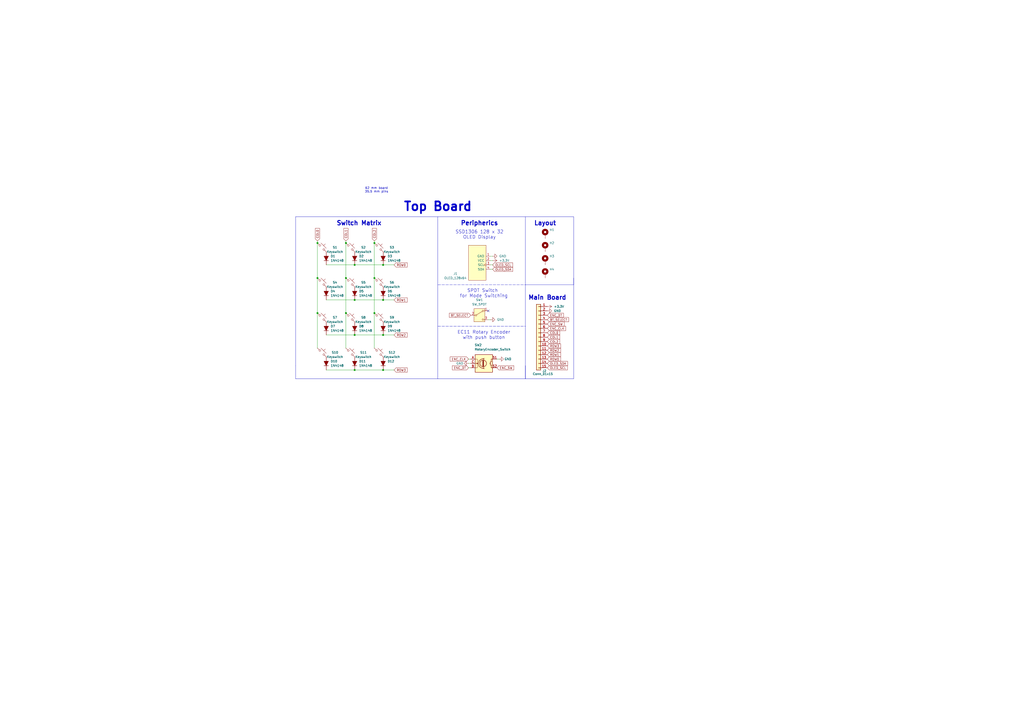
<source format=kicad_sch>
(kicad_sch (version 20231120) (generator "eeschema") (generator_version "8.0")
  (paper "A2")
  (lib_symbols
    (symbol "Connector_Generic:Conn_01x15" (pin_names (offset 1.016) hide)
      (property "Reference" "J" (at 0 20.32 0))
      (property "Value" "Conn_01x15" (at 0 -20.32 0))
      (symbol "Conn_01x15_1_1"
        (rectangle (start -1.27 -17.653) (end 0 -17.907) (stroke (width 0.1524)))
        (rectangle (start -1.27 -15.113) (end 0 -15.367) (stroke (width 0.1524)))
        (rectangle (start -1.27 -12.573) (end 0 -12.827) (stroke (width 0.1524)))
        (rectangle (start -1.27 -10.033) (end 0 -10.287) (stroke (width 0.1524)))
        (rectangle (start -1.27 -7.493) (end 0 -7.747) (stroke (width 0.1524)))
        (rectangle (start -1.27 -4.953) (end 0 -5.207) (stroke (width 0.1524)))
        (rectangle (start -1.27 -2.413) (end 0 -2.667) (stroke (width 0.1524)))
        (rectangle (start -1.27 0.127) (end 0 -0.127) (stroke (width 0.1524)))
        (rectangle (start -1.27 2.667) (end 0 2.413) (stroke (width 0.1524)))
        (rectangle (start -1.27 5.207) (end 0 4.953) (stroke (width 0.1524)))
        (rectangle (start -1.27 7.747) (end 0 7.493) (stroke (width 0.1524)))
        (rectangle (start -1.27 10.287) (end 0 10.033) (stroke (width 0.1524)))
        (rectangle (start -1.27 12.827) (end 0 12.573) (stroke (width 0.1524)))
        (rectangle (start -1.27 15.367) (end 0 15.113) (stroke (width 0.1524)))
        (rectangle (start -1.27 17.907) (end 0 17.653) (stroke (width 0.1524)))
        (rectangle (start -1.27 19.05) (end 1.27 -19.05) (stroke (width 0.254)) (fill (type background)))
        (pin passive line (at -5.08 17.78 0) (length 3.81) (name "Pin_1") (number "1"))
        (pin passive line (at -5.08 -5.08 0) (length 3.81) (name "Pin_10") (number "10"))
        (pin passive line (at -5.08 -7.62 0) (length 3.81) (name "Pin_11") (number "11"))
        (pin passive line (at -5.08 -10.16 0) (length 3.81) (name "Pin_12") (number "12"))
        (pin passive line (at -5.08 -12.7 0) (length 3.81) (name "Pin_13") (number "13"))
        (pin passive line (at -5.08 -15.24 0) (length 3.81) (name "Pin_14") (number "14"))
        (pin passive line (at -5.08 -17.78 0) (length 3.81) (name "Pin_15") (number "15"))
        (pin passive line (at -5.08 15.24 0) (length 3.81) (name "Pin_2") (number "2"))
        (pin passive line (at -5.08 12.7 0) (length 3.81) (name "Pin_3") (number "3"))
        (pin passive line (at -5.08 10.16 0) (length 3.81) (name "Pin_4") (number "4"))
        (pin passive line (at -5.08 7.62 0) (length 3.81) (name "Pin_5") (number "5"))
        (pin passive line (at -5.08 5.08 0) (length 3.81) (name "Pin_6") (number "6"))
        (pin passive line (at -5.08 2.54 0) (length 3.81) (name "Pin_7") (number "7"))
        (pin passive line (at -5.08 0 0) (length 3.81) (name "Pin_8") (number "8"))
        (pin passive line (at -5.08 -2.54 0) (length 3.81) (name "Pin_9") (number "9"))
      )
    )
    (symbol "Device:RotaryEncoder_Switch" (pin_names (offset 0.254) hide)
      (property "Reference" "SW" (at 0 6.604 0))
      (property "Value" "RotaryEncoder_Switch" (at 0 -6.604 0))
      (symbol "RotaryEncoder_Switch_0_1"
        (rectangle (start -5.08 5.08) (end 5.08 -5.08) (stroke (width 0.254)) (fill (type background)))
        (circle (center -3.81 0) (radius 0.254) (fill (type outline)))
        (circle (center -0.381 0) (radius 1.905) (stroke (width 0.254)))
        (arc (start -0.381 2.667) (mid -3.0988 -0.0635) (end -0.381 -2.794) (stroke (width 0.254)))
        (polyline (pts (xy -0.635 -1.778) (xy -0.635 1.778)) (stroke (width 0.254)))
        (polyline (pts (xy -0.381 -1.778) (xy -0.381 1.778)) (stroke (width 0.254)))
        (polyline (pts (xy -0.127 1.778) (xy -0.127 -1.778)) (stroke (width 0.254)))
        (polyline (pts (xy 3.81 0) (xy 3.429 0)) (stroke (width 0.254)))
        (polyline (pts (xy 3.81 1.016) (xy 3.81 -1.016)) (stroke (width 0.254)))
        (polyline (pts (xy -5.08 -2.54) (xy -3.81 -2.54) (xy -3.81 -2.032)))
        (polyline (pts (xy -5.08 2.54) (xy -3.81 2.54) (xy -3.81 2.032)))
        (polyline (pts (xy 0.254 -3.048) (xy -0.508 -2.794) (xy 0.127 -2.413)) (stroke (width 0.254)))
        (polyline (pts (xy 0.254 2.921) (xy -0.508 2.667) (xy 0.127 2.286)) (stroke (width 0.254)))
        (polyline (pts (xy 5.08 -2.54) (xy 4.318 -2.54) (xy 4.318 -1.016)) (stroke (width 0.254)))
        (polyline (pts (xy 5.08 2.54) (xy 4.318 2.54) (xy 4.318 1.016)) (stroke (width 0.254)))
        (polyline (pts (xy -5.08 0) (xy -3.81 0) (xy -3.81 -1.016) (xy -3.302 -2.032)))
        (polyline (pts (xy -4.318 0) (xy -3.81 0) (xy -3.81 1.016) (xy -3.302 2.032)))
        (circle (center 4.318 -1.016) (radius 0.127) (stroke (width 0.254)))
        (circle (center 4.318 1.016) (radius 0.127) (stroke (width 0.254)))
      )
      (symbol "RotaryEncoder_Switch_1_1"
        (pin passive line (at -7.62 2.54 0) (length 2.54) (name "A") (number "A"))
        (pin passive line (at -7.62 -2.54 0) (length 2.54) (name "B") (number "B"))
        (pin passive line (at -7.62 0 0) (length 2.54) (name "C") (number "C"))
        (pin passive line (at 7.62 2.54 180) (length 2.54) (name "S1") (number "S1"))
        (pin passive line (at 7.62 -2.54 180) (length 2.54) (name "S2") (number "S2"))
      )
    )
    (symbol "Mechanical:MountingHole_Pad" (pin_numbers hide) (pin_names (offset 1.016) hide) (exclude_from_sim yes) (in_bom no)
      (property "Reference" "H" (at 0 6.35 0))
      (property "Value" "MountingHole_Pad" (at 0 4.445 0))
      (symbol "MountingHole_Pad_0_1"
        (circle (center 0 1.27) (radius 1.27) (stroke (width 1.27)))
      )
      (symbol "MountingHole_Pad_1_1"
        (pin input line (at 0 -2.54 90) (length 2.54) (name "1") (number "1"))
      )
    )
    (symbol "PCM_Diode_AKL:1N4148" (pin_numbers hide) (pin_names (offset 1.016) hide)
      (property "Reference" "D" (at 0 5.08 0))
      (property "Value" "1N4148" (at 0 2.54 0))
      (symbol "1N4148_0_1"
        (polyline (pts (xy -1.27 0) (xy 1.27 0)))
        (polyline (pts (xy 1.27 1.27) (xy 1.27 -1.27)) (stroke (width 0.254)))
        (polyline (pts (xy -1.27 1.27) (xy -1.27 -1.27) (xy 1.27 0) (xy -1.27 1.27)) (stroke (width 0.254)) (fill (type outline)))
      )
      (symbol "1N4148_0_2"
        (polyline (pts (xy -2.54 -2.54) (xy 2.54 2.54)))
        (polyline (pts (xy 0 1.778) (xy 1.778 0)) (stroke (width 0.254)))
        (polyline (pts (xy -0.889 -0.889) (xy -1.778 0) (xy 0.889 0.889) (xy 0 -1.778) (xy -0.889 -0.889)) (stroke (width 0.254)) (fill (type outline)))
      )
      (symbol "1N4148_1_1"
        (pin passive line (at 3.81 0 180) (length 2.54) (name "K") (number "1"))
        (pin passive line (at -3.81 0 0) (length 2.54) (name "A") (number "2"))
      )
      (symbol "1N4148_1_2"
        (pin passive line (at 2.54 2.54 180) (length 0) (name "K") (number "1"))
        (pin passive line (at -2.54 -2.54 0) (length 0) (name "A") (number "2"))
      )
    )
    (symbol "ScottoKeebs:OLED_128x64" (pin_names (offset 1.016))
      (property "Reference" "J" (at 0 -11.43 0))
      (property "Value" "OLED_128x64" (at 0 -7.62 0))
      (symbol "OLED_128x64_0_1"
        (rectangle (start 10.16 -10.16) (end -10.16 0) (fill (type background)))
      )
      (symbol "OLED_128x64_1_1"
        (pin power_in line (at -3.81 2.54 270) (length 2.54) (name "GND") (number "1"))
        (pin power_in line (at -1.27 2.54 270) (length 2.54) (name "VCC") (number "2"))
        (pin input clock (at 1.27 2.54 270) (length 2.54) (name "SCL") (number "3"))
        (pin bidirectional line (at 3.81 2.54 270) (length 2.54) (name "SDA") (number "4"))
      )
    )
    (symbol "ScottoKeebs:Placeholder_Keyswitch" (pin_numbers hide) (pin_names (offset 1.016) hide)
      (property "Reference" "S" (at 3.048 1.016 0))
      (property "Value" "Keyswitch" (at 0 -3.81 0))
      (symbol "Placeholder_Keyswitch_0_1"
        (circle (center -1.1684 1.1684) (radius 0.508))
        (polyline (pts (xy -0.508 2.54) (xy 2.54 -0.508)))
        (polyline (pts (xy 1.016 1.016) (xy 2.032 2.032)))
        (polyline (pts (xy -2.54 2.54) (xy -1.524 1.524) (xy -1.524 1.524)))
        (polyline (pts (xy 1.524 -1.524) (xy 2.54 -2.54) (xy 2.54 -2.54) (xy 2.54 -2.54)))
        (circle (center 1.143 -1.1938) (radius 0.508))
        (pin passive line (at -2.54 2.54 0) (length 0) (name "1") (number "1"))
        (pin passive line (at 2.54 -2.54 180) (length 0) (name "2") (number "2"))
      )
    )
    (symbol "Switch:SW_SPDT" (pin_names (offset 0) hide)
      (property "Reference" "SW" (at 0 5.08 0))
      (property "Value" "SW_SPDT" (at 0 -5.08 0))
      (symbol "SW_SPDT_0_1"
        (circle (center -2.032 0) (radius 0.4572))
        (polyline (pts (xy -1.651 0.254) (xy 1.651 2.286)))
        (circle (center 2.032 -2.54) (radius 0.4572))
        (circle (center 2.032 2.54) (radius 0.4572))
      )
      (symbol "SW_SPDT_1_1"
        (rectangle (start -3.175 3.81) (end 3.175 -3.81) (fill (type background)))
        (pin passive line (at 5.08 2.54 180) (length 2.54) (name "A") (number "1"))
        (pin passive line (at -5.08 0 0) (length 2.54) (name "B") (number "2"))
        (pin passive line (at 5.08 -2.54 180) (length 2.54) (name "C") (number "3"))
      )
    )
    (symbol "power:+3.3V" (power) (pin_numbers hide) (pin_names (offset 0) hide)
      (property "Value" "+3.3V" (at 0 3.556 0))
      (symbol "+3.3V_0_1"
        (polyline (pts (xy -0.762 1.27) (xy 0 2.54)))
        (polyline (pts (xy 0 0) (xy 0 2.54)))
        (polyline (pts (xy 0 2.54) (xy 0.762 1.27)))
      )
      (symbol "+3.3V_1_1"
        (pin power_in line (at 0 0 90) (length 0) (name "~") (number "1"))
      )
    )
    (symbol "power:GND" (power) (pin_numbers hide) (pin_names (offset 0) hide)
      (property "Value" "GND" (at 0 -3.81 0))
      (symbol "GND_0_1"
        (polyline (pts (xy 0 0) (xy 0 -1.27) (xy 1.27 -1.27) (xy 0 -2.54) (xy -1.27 -1.27) (xy 0 -1.27)))
      )
      (symbol "GND_1_1"
        (pin power_in line (at 0 0 270) (length 0) (name "~") (number "1"))
      )
    )
  )
  (junction (at 217.17 140.97))
  (junction (at 222.25 153.67))
  (junction (at 200.66 161.29))
  (junction (at 205.74 194.31))
  (junction (at 200.66 181.61))
  (junction (at 205.74 214.63))
  (junction (at 205.74 153.67))
  (junction (at 217.17 161.29))
  (junction (at 222.25 214.63))
  (junction (at 205.74 173.99))
  (junction (at 200.66 140.97))
  (junction (at 184.15 161.29))
  (junction (at 184.15 181.61))
  (junction (at 222.25 194.31))
  (junction (at 217.17 181.61))
  (junction (at 222.25 173.99))
  (junction (at 184.15 140.97))
  (no_connect (at 283.21 180.34))
  (wire (pts (xy 189.23 214.63) (xy 205.74 214.63)))
  (wire (pts (xy 217.17 161.29) (xy 217.17 181.61)))
  (wire (pts (xy 285.75 153.67) (xy 284.48 153.67)))
  (wire (pts (xy 184.15 161.29) (xy 184.15 181.61)))
  (polyline (pts (xy 332.74 165.1) (xy 332.74 161.29)))
  (wire (pts (xy 285.75 156.21) (xy 284.48 156.21)))
  (wire (pts (xy 222.25 173.99) (xy 228.6 173.99)))
  (wire (pts (xy 200.66 140.97) (xy 200.66 161.29)))
  (wire (pts (xy 228.6 214.63) (xy 222.25 214.63)))
  (polyline (pts (xy 171.45 212.09) (xy 171.45 125.73)))
  (wire (pts (xy 205.74 194.31) (xy 222.25 194.31)))
  (polyline (pts (xy 171.45 212.09) (xy 171.45 219.71)))
  (polyline (pts (xy 332.74 125.73) (xy 332.74 165.1)))
  (wire (pts (xy 285.75 148.59) (xy 284.48 148.59)))
  (wire (pts (xy 222.25 194.31) (xy 228.6 194.31)))
  (wire (pts (xy 189.23 153.67) (xy 205.74 153.67)))
  (wire (pts (xy 184.15 140.97) (xy 184.15 161.29)))
  (wire (pts (xy 205.74 173.99) (xy 222.25 173.99)))
  (wire (pts (xy 271.78 208.28) (xy 273.05 208.28)))
  (polyline (pts (xy 254 189.23) (xy 304.8 189.23)) (stroke (width 0) (type dash)))
  (polyline (pts (xy 332.74 165.1) (xy 332.74 219.71)))
  (wire (pts (xy 284.48 185.42) (xy 283.21 185.42)))
  (wire (pts (xy 217.17 140.97) (xy 217.17 161.29)))
  (wire (pts (xy 271.78 213.36) (xy 273.05 213.36)))
  (wire (pts (xy 205.74 214.63) (xy 222.25 214.63)))
  (polyline (pts (xy 254 219.71) (xy 304.8 219.71)))
  (wire (pts (xy 189.23 173.99) (xy 205.74 173.99)))
  (polyline (pts (xy 171.45 219.71) (xy 254 219.71)))
  (wire (pts (xy 217.17 181.61) (xy 217.17 201.93)))
  (wire (pts (xy 200.66 139.7) (xy 200.66 140.97)))
  (wire (pts (xy 184.15 181.61) (xy 184.15 201.93)))
  (polyline (pts (xy 254 219.71) (xy 254 219.71)))
  (polyline (pts (xy 332.74 219.71) (xy 304.8 219.71)))
  (wire (pts (xy 289.56 208.28) (xy 288.29 208.28)))
  (wire (pts (xy 205.74 153.67) (xy 222.25 153.67)))
  (polyline (pts (xy 171.45 125.73) (xy 332.74 125.73)))
  (polyline (pts (xy 304.8 219.71) (xy 304.8 212.09)))
  (wire (pts (xy 228.6 153.67) (xy 222.25 153.67)))
  (wire (pts (xy 217.17 139.7) (xy 217.17 140.97)))
  (wire (pts (xy 200.66 161.29) (xy 200.66 181.61)))
  (wire (pts (xy 189.23 194.31) (xy 205.74 194.31)))
  (polyline (pts (xy 254 125.73) (xy 254 219.71)))
  (polyline (pts (xy 254 165.1) (xy 304.8 165.1)) (stroke (width 0) (type dash)))
  (wire (pts (xy 285.75 151.13) (xy 284.48 151.13)))
  (wire (pts (xy 271.78 210.82) (xy 273.05 210.82)))
  (wire (pts (xy 184.15 139.7) (xy 184.15 140.97)))
  (wire (pts (xy 200.66 181.61) (xy 200.66 201.93)))
  (polyline (pts (xy 304.8 125.73) (xy 304.8 219.71)))
  (polyline (pts (xy 304.8 165.1) (xy 332.74 165.1)))
  (text "Switch Matrix" (at 208.28 129.54 0) (effects (font (size 2.54 2.54) (thickness 0.508) (bold yes))))
  (text "Main Board" (at 317.5 172.72 0) (effects (font (size 2.54 2.54) (bold yes))))
  (text "Peripherics" (at 278.13 129.54 0) (effects (font (size 2.54 2.54) (thickness 0.508) (bold yes))))
  (text "62 mm board\n35.5 mm pins" (at 218.44 110.236 0) (effects (font (size 1.27 1.27))))
  (text "Layout" (at 316.23 129.54 0) (effects (font (size 2.54 2.54) (bold yes))))
  (text "SPDT Switch \nfor Mode Switching" (at 280.67 170.18 0) (effects (font (size 1.905 1.905))))
  (text "EC11 Rotary Encoder\nwith push button" (at 280.67 194.31 0) (effects (font (size 1.905 1.905))))
  (text "SSD1306 128 x 32\nOLED Display" (at 278.13 136.144 0) (effects (font (size 1.905 1.905))))
  (text "Top Board" (at 254 119.888 0) (effects (font (size 5.08 5.08) (thickness 1.016) (bold yes))))
  (global_label "ROW0" (shape input) (at 317.5 208.28 0) (property "Intersheetrefs" "${INTERSHEET_REFS}" (effects (hide yes))))
  (global_label "OLED_SDA" (shape input) (at 317.5 210.82 0) (property "Intersheetrefs" "${INTERSHEET_REFS}" (effects (hide yes))))
  (global_label "OLED_SDA" (shape input) (at 285.75 156.21 0) (property "Intersheetrefs" "${INTERSHEET_REFS}" (effects (hide yes))))
  (global_label "COL0" (shape input) (at 184.15 139.7 90) (property "Intersheetrefs" "${INTERSHEET_REFS}" (effects (hide yes))))
  (global_label "ENC_DT" (shape input) (at 317.5 182.88 0) (property "Intersheetrefs" "${INTERSHEET_REFS}" (effects (hide yes))))
  (global_label "COL0" (shape input) (at 317.5 193.04 0) (property "Intersheetrefs" "${INTERSHEET_REFS}" (effects (hide yes))))
  (global_label "ENC_CLK" (shape input) (at 271.78 208.28 180) (property "Intersheetrefs" "${INTERSHEET_REFS}" (effects (hide yes))))
  (global_label "COL2" (shape input) (at 217.17 139.7 90) (property "Intersheetrefs" "${INTERSHEET_REFS}" (effects (hide yes))))
  (global_label "ROW2" (shape input) (at 228.6 194.31 0) (property "Intersheetrefs" "${INTERSHEET_REFS}" (effects (hide yes))))
  (global_label "ENC_DT" (shape input) (at 271.78 213.36 180) (property "Intersheetrefs" "${INTERSHEET_REFS}" (effects (hide yes))))
  (global_label "BT_SELECT" (shape input) (at 317.5 185.42 0) (property "Intersheetrefs" "${INTERSHEET_REFS}" (effects (hide yes))))
  (global_label "OLED_SCL" (shape input) (at 317.5 213.36 0) (property "Intersheetrefs" "${INTERSHEET_REFS}" (effects (hide yes))))
  (global_label "ROW1" (shape input) (at 317.5 205.74 0) (property "Intersheetrefs" "${INTERSHEET_REFS}" (effects (hide yes))))
  (global_label "BT_SELECT" (shape input) (at 273.05 182.88 180) (property "Intersheetrefs" "${INTERSHEET_REFS}" (effects (hide yes))))
  (global_label "ROW3" (shape input) (at 228.6 214.63 0) (property "Intersheetrefs" "${INTERSHEET_REFS}" (effects (hide yes))))
  (global_label "COL1" (shape input) (at 317.5 195.58 0) (property "Intersheetrefs" "${INTERSHEET_REFS}" (effects (hide yes))))
  (global_label "ENC_CLK" (shape input) (at 317.5 190.5 0) (property "Intersheetrefs" "${INTERSHEET_REFS}" (effects (hide yes))))
  (global_label "ROW2" (shape input) (at 317.5 203.2 0) (property "Intersheetrefs" "${INTERSHEET_REFS}" (effects (hide yes))))
  (global_label "ENC_SW" (shape input) (at 288.29 213.36 0) (property "Intersheetrefs" "${INTERSHEET_REFS}" (effects (hide yes))))
  (global_label "COL2" (shape input) (at 317.5 198.12 0) (property "Intersheetrefs" "${INTERSHEET_REFS}" (effects (hide yes))))
  (global_label "COL1" (shape input) (at 200.66 139.7 90) (property "Intersheetrefs" "${INTERSHEET_REFS}" (effects (hide yes))))
  (global_label "ROW1" (shape input) (at 228.6 173.99 0) (property "Intersheetrefs" "${INTERSHEET_REFS}" (effects (hide yes))))
  (global_label "OLED_SCL" (shape input) (at 285.75 153.67 0) (property "Intersheetrefs" "${INTERSHEET_REFS}" (effects (hide yes))))
  (global_label "ROW0" (shape input) (at 228.6 153.67 0) (property "Intersheetrefs" "${INTERSHEET_REFS}" (effects (hide yes))))
  (global_label "ENC_SW" (shape input) (at 317.5 187.96 0) (property "Intersheetrefs" "${INTERSHEET_REFS}" (effects (hide yes))))
  (global_label "ROW3" (shape input) (at 317.5 200.66 0) (property "Intersheetrefs" "${INTERSHEET_REFS}" (effects (hide yes))))
  (symbol (lib_id "ScottoKeebs:Placeholder_Keyswitch") (at 186.69 163.83 0) (unit 1)
    (property "Reference" "S4" (at 194.31 163.83 0))
    (property "Value" "Keyswitch" (at 194.31 166.37 0))
    (property "Footprint" "ScottoKeebs_Scotto:MX_Hotswap_1.00u" (effects (hide yes)))
    (property "Description" "Push button switch, normally open, two pins, 45° tilted" (effects (hide yes)))
  )
  (symbol (lib_id "power:GND") (at 317.5 180.34 90) (mirror x) (unit 1)
    (property "Reference" "#PWR04" (effects (hide yes)))
    (property "Value" "GND" (at 321.31 180.3401 90) (effects (justify right)))
    (property "Description" "Power symbol creates a global label with name \"GND\" , ground" (effects (hide yes)))
  )
  (symbol (lib_id "ScottoKeebs:Placeholder_Keyswitch") (at 203.2 163.83 0) (unit 1)
    (property "Reference" "S5" (at 210.82 163.83 0))
    (property "Value" "Keyswitch" (at 210.82 166.37 0))
    (property "Footprint" "ScottoKeebs_Scotto:MX_Hotswap_1.00u" (effects (hide yes)))
    (property "Description" "Push button switch, normally open, two pins, 45° tilted" (effects (hide yes)))
  )
  (symbol (lib_id "power:GND") (at 289.56 208.28 90) (unit 1)
    (property "Reference" "#PWR06" (effects (hide yes)))
    (property "Value" "GND" (at 294.64 208.28 90))
    (property "Description" "Power symbol creates a global label with name \"GND\" , ground" (effects (hide yes)))
  )
  (symbol (lib_id "power:+3.3V") (at 285.75 151.13 270) (unit 1)
    (property "Reference" "#PWR02" (effects (hide yes)))
    (property "Value" "+3.3V" (at 289.56 151.1299 90) (effects (justify left)))
    (property "Description" "Power symbol creates a global label with name \"+3.3V\"" (effects (hide yes)))
  )
  (symbol (lib_id "power:GND") (at 284.48 185.42 90) (unit 1)
    (property "Reference" "#PWR05" (effects (hide yes)))
    (property "Value" "GND" (at 288.29 185.4199 90) (effects (justify right)))
    (property "Description" "Power symbol creates a global label with name \"GND\" , ground" (effects (hide yes)))
  )
  (symbol (lib_id "PCM_Diode_AKL:1N4148") (at 205.74 210.82 270) (unit 1)
    (property "Reference" "D11" (at 208.28 209.5499 90) (effects (justify left)))
    (property "Value" "1N4148" (at 208.28 212.0899 90) (effects (justify left)))
    (property "Footprint" "Diode_THT:D_DO-35_SOD27_P7.62mm_Horizontal" (effects (hide yes)))
    (property "Datasheet" "https://datasheet.octopart.com/1N4148TR-ON-Semiconductor-datasheet-42765246.pdf" (effects (hide yes)))
    (property "Description" "DO-35 Diode, Small Signal, Fast Switching, 75V, 150mA, 4ns, Alternate KiCad Library" (effects (hide yes)))
  )
  (symbol (lib_id "ScottoKeebs:Placeholder_Keyswitch") (at 219.71 184.15 0) (unit 1)
    (property "Reference" "S9" (at 227.33 184.15 0))
    (property "Value" "Keyswitch" (at 227.33 186.69 0))
    (property "Footprint" "ScottoKeebs_Scotto:MX_Hotswap_1.00u" (effects (hide yes)))
    (property "Description" "Push button switch, normally open, two pins, 45° tilted" (effects (hide yes)))
  )
  (symbol (lib_id "PCM_Diode_AKL:1N4148") (at 205.74 170.18 270) (unit 1)
    (property "Reference" "D5" (at 208.28 168.9099 90) (effects (justify left)))
    (property "Value" "1N4148" (at 208.28 171.4499 90) (effects (justify left)))
    (property "Footprint" "Diode_THT:D_DO-35_SOD27_P7.62mm_Horizontal" (effects (hide yes)))
    (property "Datasheet" "https://datasheet.octopart.com/1N4148TR-ON-Semiconductor-datasheet-42765246.pdf" (effects (hide yes)))
    (property "Description" "DO-35 Diode, Small Signal, Fast Switching, 75V, 150mA, 4ns, Alternate KiCad Library" (effects (hide yes)))
  )
  (symbol (lib_id "PCM_Diode_AKL:1N4148") (at 222.25 149.86 270) (unit 1)
    (property "Reference" "D3" (at 224.79 148.5899 90) (effects (justify left)))
    (property "Value" "1N4148" (at 224.79 151.1299 90) (effects (justify left)))
    (property "Footprint" "Diode_THT:D_DO-35_SOD27_P7.62mm_Horizontal" (effects (hide yes)))
    (property "Datasheet" "https://datasheet.octopart.com/1N4148TR-ON-Semiconductor-datasheet-42765246.pdf" (effects (hide yes)))
    (property "Description" "DO-35 Diode, Small Signal, Fast Switching, 75V, 150mA, 4ns, Alternate KiCad Library" (effects (hide yes)))
  )
  (symbol (lib_id "Mechanical:MountingHole_Pad") (at 316.23 135.89 0) (unit 1) (exclude_from_sim yes) (in_bom no)
    (property "Reference" "H1" (at 318.77 133.3499 0) (effects (justify left)))
    (property "Value" "MountingHole_Pad" (effects (hide yes)))
    (property "Footprint" "MountingHole:MountingHole_2.2mm_M2_DIN965_Pad" (effects (hide yes)))
    (property "Description" "Mounting Hole with connection" (effects (hide yes)))
  )
  (symbol (lib_id "ScottoKeebs:Placeholder_Keyswitch") (at 219.71 204.47 0) (unit 1)
    (property "Reference" "S12" (at 227.33 204.47 0))
    (property "Value" "Keyswitch" (at 227.33 207.01 0))
    (property "Footprint" "ScottoKeebs_Scotto:MX_Hotswap_1.00u" (effects (hide yes)))
    (property "Description" "Push button switch, normally open, two pins, 45° tilted" (effects (hide yes)))
  )
  (symbol (lib_id "PCM_Diode_AKL:1N4148") (at 189.23 210.82 270) (unit 1)
    (property "Reference" "D10" (at 191.77 209.5499 90) (effects (justify left)))
    (property "Value" "1N4148" (at 191.77 212.0899 90) (effects (justify left)))
    (property "Footprint" "Diode_THT:D_DO-35_SOD27_P7.62mm_Horizontal" (effects (hide yes)))
    (property "Datasheet" "https://datasheet.octopart.com/1N4148TR-ON-Semiconductor-datasheet-42765246.pdf" (effects (hide yes)))
    (property "Description" "DO-35 Diode, Small Signal, Fast Switching, 75V, 150mA, 4ns, Alternate KiCad Library" (effects (hide yes)))
  )
  (symbol (lib_id "power:GND") (at 285.75 148.59 90) (unit 1)
    (property "Reference" "#PWR01" (effects (hide yes)))
    (property "Value" "GND" (at 289.56 148.5899 90) (effects (justify right)))
    (property "Description" "Power symbol creates a global label with name \"GND\" , ground" (effects (hide yes)))
  )
  (symbol (lib_id "PCM_Diode_AKL:1N4148") (at 205.74 190.5 270) (unit 1)
    (property "Reference" "D8" (at 208.28 189.2299 90) (effects (justify left)))
    (property "Value" "1N4148" (at 208.28 191.7699 90) (effects (justify left)))
    (property "Footprint" "Diode_THT:D_DO-35_SOD27_P7.62mm_Horizontal" (effects (hide yes)))
    (property "Datasheet" "https://datasheet.octopart.com/1N4148TR-ON-Semiconductor-datasheet-42765246.pdf" (effects (hide yes)))
    (property "Description" "DO-35 Diode, Small Signal, Fast Switching, 75V, 150mA, 4ns, Alternate KiCad Library" (effects (hide yes)))
  )
  (symbol (lib_id "ScottoKeebs:Placeholder_Keyswitch") (at 186.69 204.47 0) (unit 1)
    (property "Reference" "S10" (at 194.31 204.47 0))
    (property "Value" "Keyswitch" (at 194.31 207.01 0))
    (property "Footprint" "ScottoKeebs_Scotto:MX_Hotswap_1.00u" (effects (hide yes)))
    (property "Description" "Push button switch, normally open, two pins, 45° tilted" (effects (hide yes)))
  )
  (symbol (lib_id "Connector_Generic:Conn_01x15") (at 312.42 195.58 0) (mirror y) (unit 1)
    (property "Reference" "J2" (at 316.992 215.138 0) (effects (justify left)))
    (property "Value" "Conn_01x15" (at 320.802 216.916 0) (effects (justify left)))
    (property "Footprint" "Connector_PinHeader_2.54mm:PinHeader_1x15_P2.54mm_Vertical" (effects (hide yes)))
    (property "Description" "Generic connector, single row, 01x15, script generated (kicad-library-utils/schlib/autogen/connector/)" (effects (hide yes)))
  )
  (symbol (lib_id "ScottoKeebs:Placeholder_Keyswitch") (at 203.2 204.47 0) (unit 1)
    (property "Reference" "S11" (at 210.82 204.47 0))
    (property "Value" "Keyswitch" (at 210.82 207.01 0))
    (property "Footprint" "ScottoKeebs_Scotto:MX_Hotswap_1.00u" (effects (hide yes)))
    (property "Description" "Push button switch, normally open, two pins, 45° tilted" (effects (hide yes)))
  )
  (symbol (lib_id "PCM_Diode_AKL:1N4148") (at 222.25 210.82 270) (unit 1)
    (property "Reference" "D12" (at 224.79 209.5499 90) (effects (justify left)))
    (property "Value" "1N4148" (effects (hide yes)))
    (property "Footprint" "Diode_THT:D_DO-35_SOD27_P7.62mm_Horizontal" (effects (hide yes)))
    (property "Datasheet" "https://datasheet.octopart.com/1N4148TR-ON-Semiconductor-datasheet-42765246.pdf" (effects (hide yes)))
    (property "Description" "DO-35 Diode, Small Signal, Fast Switching, 75V, 150mA, 4ns, Alternate KiCad Library" (effects (hide yes)))
  )
  (symbol (lib_id "power:GND") (at 271.78 210.82 270) (unit 1)
    (property "Reference" "#PWR07" (effects (hide yes)))
    (property "Value" "GND" (at 266.7 210.82 90))
    (property "Description" "Power symbol creates a global label with name \"GND\" , ground" (effects (hide yes)))
  )
  (symbol (lib_id "PCM_Diode_AKL:1N4148") (at 222.25 190.5 270) (unit 1)
    (property "Reference" "D9" (at 224.79 189.2299 90) (effects (justify left)))
    (property "Value" "1N4148" (at 224.79 191.7699 90) (effects (justify left)))
    (property "Footprint" "Diode_THT:D_DO-35_SOD27_P7.62mm_Horizontal" (effects (hide yes)))
    (property "Datasheet" "https://datasheet.octopart.com/1N4148TR-ON-Semiconductor-datasheet-42765246.pdf" (effects (hide yes)))
    (property "Description" "DO-35 Diode, Small Signal, Fast Switching, 75V, 150mA, 4ns, Alternate KiCad Library" (effects (hide yes)))
  )
  (symbol (lib_id "ScottoKeebs:Placeholder_Keyswitch") (at 219.71 163.83 0) (unit 1)
    (property "Reference" "S6" (at 227.33 163.83 0))
    (property "Value" "Keyswitch" (at 227.33 166.37 0))
    (property "Footprint" "ScottoKeebs_Scotto:MX_Hotswap_1.00u" (effects (hide yes)))
    (property "Description" "Push button switch, normally open, two pins, 45° tilted" (effects (hide yes)))
  )
  (symbol (lib_id "ScottoKeebs:Placeholder_Keyswitch") (at 203.2 143.51 0) (unit 1)
    (property "Reference" "S2" (at 210.82 143.51 0))
    (property "Value" "Keyswitch" (at 210.82 146.05 0))
    (property "Footprint" "ScottoKeebs_Scotto:MX_Hotswap_1.00u" (effects (hide yes)))
    (property "Description" "Push button switch, normally open, two pins, 45° tilted" (effects (hide yes)))
  )
  (symbol (lib_id "Device:RotaryEncoder_Switch") (at 280.67 210.82 0) (unit 1)
    (property "Reference" "SW2" (at 275.336 200.152 0) (effects (justify left)))
    (property "Value" "RotaryEncoder_Switch" (at 275.336 202.692 0) (effects (justify left)))
    (property "Footprint" "ScottoKeebs_Scotto:Encoder_EC11_MX" (effects (hide yes)))
    (property "Datasheet" "https://www.adafruit.com/product/377" (effects (hide yes)))
    (property "Description" "Rotary encoder, dual channel, incremental quadrate outputs, with switch" (effects (hide yes)))
  )
  (symbol (lib_id "ScottoKeebs:OLED_128x64") (at 281.94 152.4 270) (unit 1)
    (property "Reference" "J1" (at 264.16 158.75 90))
    (property "Value" "OLED_128x64" (at 264.16 161.29 90))
    (property "Footprint" "ScottoKeebs_Components:OLED_128x64" (effects (hide yes)))
  )
  (symbol (lib_id "PCM_Diode_AKL:1N4148") (at 189.23 149.86 270) (unit 1)
    (property "Reference" "D1" (at 191.77 148.5899 90) (effects (justify left)))
    (property "Value" "1N4148" (at 191.77 151.1299 90) (effects (justify left)))
    (property "Footprint" "Diode_THT:D_DO-35_SOD27_P7.62mm_Horizontal" (effects (hide yes)))
    (property "Datasheet" "https://datasheet.octopart.com/1N4148TR-ON-Semiconductor-datasheet-42765246.pdf" (effects (hide yes)))
    (property "Description" "DO-35 Diode, Small Signal, Fast Switching, 75V, 150mA, 4ns, Alternate KiCad Library" (effects (hide yes)))
  )
  (symbol (lib_id "ScottoKeebs:Placeholder_Keyswitch") (at 186.69 184.15 0) (unit 1)
    (property "Reference" "S7" (at 194.31 184.15 0))
    (property "Value" "Keyswitch" (at 194.31 186.69 0))
    (property "Footprint" "ScottoKeebs_Scotto:MX_Hotswap_1.00u" (effects (hide yes)))
    (property "Description" "Push button switch, normally open, two pins, 45° tilted" (effects (hide yes)))
  )
  (symbol (lib_id "Mechanical:MountingHole_Pad") (at 316.23 158.75 0) (unit 1) (exclude_from_sim yes) (in_bom no)
    (property "Reference" "H4" (at 318.77 156.2099 0) (effects (justify left)))
    (property "Value" "MountingHole_Pad" (effects (hide yes)))
    (property "Footprint" "MountingHole:MountingHole_2.2mm_M2_DIN965_Pad" (effects (hide yes)))
    (property "Description" "Mounting Hole with connection" (effects (hide yes)))
  )
  (symbol (lib_id "Mechanical:MountingHole_Pad") (at 316.23 151.13 0) (unit 1) (exclude_from_sim yes) (in_bom no)
    (property "Reference" "H3" (at 318.77 148.5899 0) (effects (justify left)))
    (property "Value" "MountingHole_Pad" (effects (hide yes)))
    (property "Footprint" "MountingHole:MountingHole_2.2mm_M2_DIN965_Pad" (effects (hide yes)))
    (property "Description" "Mounting Hole with connection" (effects (hide yes)))
  )
  (symbol (lib_id "ScottoKeebs:Placeholder_Keyswitch") (at 203.2 184.15 0) (unit 1)
    (property "Reference" "S8" (at 210.82 184.15 0))
    (property "Value" "Keyswitch" (at 210.82 186.69 0))
    (property "Footprint" "ScottoKeebs_Scotto:MX_Hotswap_1.00u" (effects (hide yes)))
    (property "Description" "Push button switch, normally open, two pins, 45° tilted" (effects (hide yes)))
  )
  (symbol (lib_id "PCM_Diode_AKL:1N4148") (at 222.25 170.18 270) (unit 1)
    (property "Reference" "D6" (at 224.79 168.9099 90) (effects (justify left)))
    (property "Value" "1N4148" (at 224.79 171.4499 90) (effects (justify left)))
    (property "Footprint" "Diode_THT:D_DO-35_SOD27_P7.62mm_Horizontal" (effects (hide yes)))
    (property "Datasheet" "https://datasheet.octopart.com/1N4148TR-ON-Semiconductor-datasheet-42765246.pdf" (effects (hide yes)))
    (property "Description" "DO-35 Diode, Small Signal, Fast Switching, 75V, 150mA, 4ns, Alternate KiCad Library" (effects (hide yes)))
  )
  (symbol (lib_id "ScottoKeebs:Placeholder_Keyswitch") (at 219.71 143.51 0) (unit 1)
    (property "Reference" "S3" (at 227.33 143.51 0))
    (property "Value" "Keyswitch" (at 227.33 146.05 0))
    (property "Footprint" "ScottoKeebs_Scotto:MX_Hotswap_1.00u" (effects (hide yes)))
    (property "Description" "Push button switch, normally open, two pins, 45° tilted" (effects (hide yes)))
  )
  (symbol (lib_id "ScottoKeebs:Placeholder_Keyswitch") (at 186.69 143.51 0) (unit 1)
    (property "Reference" "S1" (at 194.31 143.51 0))
    (property "Value" "Keyswitch" (at 194.31 146.05 0))
    (property "Footprint" "ScottoKeebs_Scotto:MX_Hotswap_1.00u" (effects (hide yes)))
    (property "Description" "Push button switch, normally open, two pins, 45° tilted" (effects (hide yes)))
  )
  (symbol (lib_id "Switch:SW_SPDT") (at 278.13 182.88 0) (unit 1)
    (property "Reference" "SW1" (at 278.13 173.99 0))
    (property "Value" "SW_SPDT" (at 278.13 176.53 0))
    (property "Footprint" "Button_Switch_THT:SW_Slide_SPDT_Angled_CK_OS102011MA1Q" (effects (hide yes)))
    (property "Description" "Switch, single pole double throw" (effects (hide yes)))
  )
  (symbol (lib_id "power:+3.3V") (at 317.5 177.8 270) (mirror x) (unit 1)
    (property "Reference" "#PWR03" (effects (hide yes)))
    (property "Value" "+3.3V" (at 321.31 177.8001 90) (effects (justify left)))
    (property "Description" "Power symbol creates a global label with name \"+3.3V\"" (effects (hide yes)))
  )
  (symbol (lib_id "PCM_Diode_AKL:1N4148") (at 189.23 190.5 270) (unit 1)
    (property "Reference" "D7" (at 191.77 189.2299 90) (effects (justify left)))
    (property "Value" "1N4148" (at 191.77 191.7699 90) (effects (justify left)))
    (property "Footprint" "Diode_THT:D_DO-35_SOD27_P7.62mm_Horizontal" (effects (hide yes)))
    (property "Datasheet" "https://datasheet.octopart.com/1N4148TR-ON-Semiconductor-datasheet-42765246.pdf" (effects (hide yes)))
    (property "Description" "DO-35 Diode, Small Signal, Fast Switching, 75V, 150mA, 4ns, Alternate KiCad Library" (effects (hide yes)))
  )
  (symbol (lib_id "Mechanical:MountingHole_Pad") (at 316.23 143.51 0) (unit 1) (exclude_from_sim yes) (in_bom no)
    (property "Reference" "H2" (at 318.77 140.9699 0) (effects (justify left)))
    (property "Value" "MountingHole_Pad" (effects (hide yes)))
    (property "Footprint" "MountingHole:MountingHole_2.2mm_M2_DIN965_Pad" (effects (hide yes)))
    (property "Description" "Mounting Hole with connection" (effects (hide yes)))
  )
  (symbol (lib_id "PCM_Diode_AKL:1N4148") (at 205.74 149.86 270) (unit 1)
    (property "Reference" "D2" (at 208.28 148.5899 90) (effects (justify left)))
    (property "Value" "1N4148" (at 208.28 151.1299 90) (effects (justify left)))
    (property "Footprint" "Diode_THT:D_DO-35_SOD27_P7.62mm_Horizontal" (effects (hide yes)))
    (property "Datasheet" "https://datasheet.octopart.com/1N4148TR-ON-Semiconductor-datasheet-42765246.pdf" (effects (hide yes)))
    (property "Description" "DO-35 Diode, Small Signal, Fast Switching, 75V, 150mA, 4ns, Alternate KiCad Library" (effects (hide yes)))
  )
  (symbol (lib_id "PCM_Diode_AKL:1N4148") (at 189.23 170.18 270) (unit 1)
    (property "Reference" "D4" (at 191.77 168.9099 90) (effects (justify left)))
    (property "Value" "1N4148" (at 191.77 171.4499 90) (effects (justify left)))
    (property "Footprint" "Diode_THT:D_DO-35_SOD27_P7.62mm_Horizontal" (effects (hide yes)))
    (property "Datasheet" "https://datasheet.octopart.com/1N4148TR-ON-Semiconductor-datasheet-42765246.pdf" (effects (hide yes)))
    (property "Description" "DO-35 Diode, Small Signal, Fast Switching, 75V, 150mA, 4ns, Alternate KiCad Library" (effects (hide yes)))
  )
)
</source>
